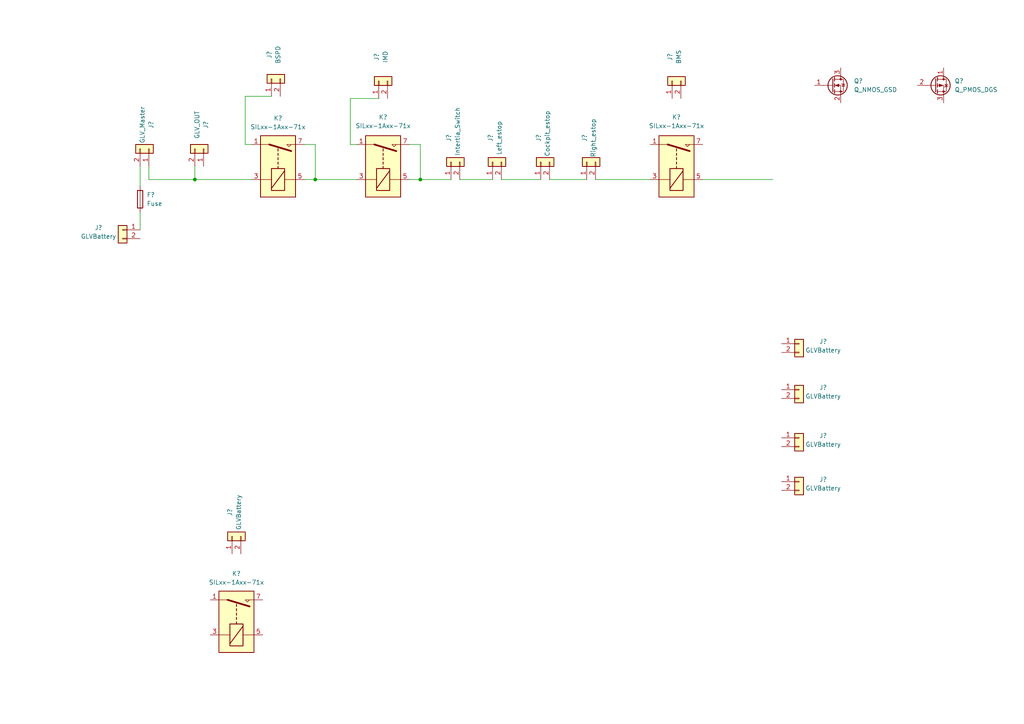
<source format=kicad_sch>
(kicad_sch (version 20211123) (generator eeschema)

  (uuid 9cdc5734-1a96-4d08-8603-b9a98bed853f)

  (paper "A4")

  (lib_symbols
    (symbol "GRC_Connector:Conn_01x02" (pin_names (offset 1.016) hide) (in_bom yes) (on_board yes)
      (property "Reference" "J" (id 0) (at 0 2.54 0)
        (effects (font (size 1.27 1.27)))
      )
      (property "Value" "Conn_01x02" (id 1) (at 0 -5.08 0)
        (effects (font (size 1.27 1.27)))
      )
      (property "Footprint" "" (id 2) (at 0 0 0)
        (effects (font (size 1.27 1.27)) hide)
      )
      (property "Datasheet" "~" (id 3) (at 0 0 0)
        (effects (font (size 1.27 1.27)) hide)
      )
      (property "ki_keywords" "connector" (id 4) (at 0 0 0)
        (effects (font (size 1.27 1.27)) hide)
      )
      (property "ki_description" "Generic connector, single row, 01x02, script generated (kicad-library-utils/schlib/autogen/connector/)" (id 5) (at 0 0 0)
        (effects (font (size 1.27 1.27)) hide)
      )
      (property "ki_fp_filters" "Connector*:*_1x??_*" (id 6) (at 0 0 0)
        (effects (font (size 1.27 1.27)) hide)
      )
      (symbol "Conn_01x02_1_1"
        (rectangle (start -1.27 -2.413) (end 0 -2.667)
          (stroke (width 0.1524) (type default) (color 0 0 0 0))
          (fill (type none))
        )
        (rectangle (start -1.27 0.127) (end 0 -0.127)
          (stroke (width 0.1524) (type default) (color 0 0 0 0))
          (fill (type none))
        )
        (rectangle (start -1.27 1.27) (end 1.27 -3.81)
          (stroke (width 0.254) (type default) (color 0 0 0 0))
          (fill (type background))
        )
        (pin passive line (at -5.08 0 0) (length 3.81)
          (name "Pin_1" (effects (font (size 1.27 1.27))))
          (number "1" (effects (font (size 1.27 1.27))))
        )
        (pin passive line (at -5.08 -2.54 0) (length 3.81)
          (name "Pin_2" (effects (font (size 1.27 1.27))))
          (number "2" (effects (font (size 1.27 1.27))))
        )
      )
    )
    (symbol "GRC_Device:Fuse" (pin_numbers hide) (pin_names (offset 0)) (in_bom yes) (on_board yes)
      (property "Reference" "F" (id 0) (at 2.032 0 90)
        (effects (font (size 1.27 1.27)))
      )
      (property "Value" "Fuse" (id 1) (at -1.905 0 90)
        (effects (font (size 1.27 1.27)))
      )
      (property "Footprint" "" (id 2) (at -1.778 0 90)
        (effects (font (size 1.27 1.27)) hide)
      )
      (property "Datasheet" "~" (id 3) (at 0 0 0)
        (effects (font (size 1.27 1.27)) hide)
      )
      (property "ki_keywords" "fuse" (id 4) (at 0 0 0)
        (effects (font (size 1.27 1.27)) hide)
      )
      (property "ki_description" "Fuse" (id 5) (at 0 0 0)
        (effects (font (size 1.27 1.27)) hide)
      )
      (property "ki_fp_filters" "*Fuse*" (id 6) (at 0 0 0)
        (effects (font (size 1.27 1.27)) hide)
      )
      (symbol "Fuse_0_1"
        (rectangle (start -0.762 -2.54) (end 0.762 2.54)
          (stroke (width 0.254) (type default) (color 0 0 0 0))
          (fill (type none))
        )
        (polyline
          (pts
            (xy 0 2.54)
            (xy 0 -2.54)
          )
          (stroke (width 0) (type default) (color 0 0 0 0))
          (fill (type none))
        )
      )
      (symbol "Fuse_1_1"
        (pin passive line (at 0 3.81 270) (length 1.27)
          (name "~" (effects (font (size 1.27 1.27))))
          (number "1" (effects (font (size 1.27 1.27))))
        )
        (pin passive line (at 0 -3.81 90) (length 1.27)
          (name "~" (effects (font (size 1.27 1.27))))
          (number "2" (effects (font (size 1.27 1.27))))
        )
      )
    )
    (symbol "GRC_Device:Q_NMOS_GSD" (pin_names (offset 0) hide) (in_bom yes) (on_board yes)
      (property "Reference" "Q" (id 0) (at 5.08 1.27 0)
        (effects (font (size 1.27 1.27)) (justify left))
      )
      (property "Value" "Q_NMOS_GSD" (id 1) (at 5.08 -1.27 0)
        (effects (font (size 1.27 1.27)) (justify left))
      )
      (property "Footprint" "" (id 2) (at 5.08 2.54 0)
        (effects (font (size 1.27 1.27)) hide)
      )
      (property "Datasheet" "~" (id 3) (at 0 0 0)
        (effects (font (size 1.27 1.27)) hide)
      )
      (property "ki_keywords" "transistor NMOS N-MOS N-MOSFET" (id 4) (at 0 0 0)
        (effects (font (size 1.27 1.27)) hide)
      )
      (property "ki_description" "N-MOSFET transistor, gate/source/drain" (id 5) (at 0 0 0)
        (effects (font (size 1.27 1.27)) hide)
      )
      (symbol "Q_NMOS_GSD_0_1"
        (polyline
          (pts
            (xy 0.254 0)
            (xy -2.54 0)
          )
          (stroke (width 0) (type default) (color 0 0 0 0))
          (fill (type none))
        )
        (polyline
          (pts
            (xy 0.254 1.905)
            (xy 0.254 -1.905)
          )
          (stroke (width 0.254) (type default) (color 0 0 0 0))
          (fill (type none))
        )
        (polyline
          (pts
            (xy 0.762 -1.27)
            (xy 0.762 -2.286)
          )
          (stroke (width 0.254) (type default) (color 0 0 0 0))
          (fill (type none))
        )
        (polyline
          (pts
            (xy 0.762 0.508)
            (xy 0.762 -0.508)
          )
          (stroke (width 0.254) (type default) (color 0 0 0 0))
          (fill (type none))
        )
        (polyline
          (pts
            (xy 0.762 2.286)
            (xy 0.762 1.27)
          )
          (stroke (width 0.254) (type default) (color 0 0 0 0))
          (fill (type none))
        )
        (polyline
          (pts
            (xy 2.54 2.54)
            (xy 2.54 1.778)
          )
          (stroke (width 0) (type default) (color 0 0 0 0))
          (fill (type none))
        )
        (polyline
          (pts
            (xy 2.54 -2.54)
            (xy 2.54 0)
            (xy 0.762 0)
          )
          (stroke (width 0) (type default) (color 0 0 0 0))
          (fill (type none))
        )
        (polyline
          (pts
            (xy 0.762 -1.778)
            (xy 3.302 -1.778)
            (xy 3.302 1.778)
            (xy 0.762 1.778)
          )
          (stroke (width 0) (type default) (color 0 0 0 0))
          (fill (type none))
        )
        (polyline
          (pts
            (xy 1.016 0)
            (xy 2.032 0.381)
            (xy 2.032 -0.381)
            (xy 1.016 0)
          )
          (stroke (width 0) (type default) (color 0 0 0 0))
          (fill (type outline))
        )
        (polyline
          (pts
            (xy 2.794 0.508)
            (xy 2.921 0.381)
            (xy 3.683 0.381)
            (xy 3.81 0.254)
          )
          (stroke (width 0) (type default) (color 0 0 0 0))
          (fill (type none))
        )
        (polyline
          (pts
            (xy 3.302 0.381)
            (xy 2.921 -0.254)
            (xy 3.683 -0.254)
            (xy 3.302 0.381)
          )
          (stroke (width 0) (type default) (color 0 0 0 0))
          (fill (type none))
        )
        (circle (center 1.651 0) (radius 2.794)
          (stroke (width 0.254) (type default) (color 0 0 0 0))
          (fill (type none))
        )
        (circle (center 2.54 -1.778) (radius 0.254)
          (stroke (width 0) (type default) (color 0 0 0 0))
          (fill (type outline))
        )
        (circle (center 2.54 1.778) (radius 0.254)
          (stroke (width 0) (type default) (color 0 0 0 0))
          (fill (type outline))
        )
      )
      (symbol "Q_NMOS_GSD_1_1"
        (pin input line (at -5.08 0 0) (length 2.54)
          (name "G" (effects (font (size 1.27 1.27))))
          (number "1" (effects (font (size 1.27 1.27))))
        )
        (pin passive line (at 2.54 -5.08 90) (length 2.54)
          (name "S" (effects (font (size 1.27 1.27))))
          (number "2" (effects (font (size 1.27 1.27))))
        )
        (pin passive line (at 2.54 5.08 270) (length 2.54)
          (name "D" (effects (font (size 1.27 1.27))))
          (number "3" (effects (font (size 1.27 1.27))))
        )
      )
    )
    (symbol "GRC_Device:Q_PMOS_DGS" (pin_names (offset 0) hide) (in_bom yes) (on_board yes)
      (property "Reference" "Q" (id 0) (at 5.08 1.27 0)
        (effects (font (size 1.27 1.27)) (justify left))
      )
      (property "Value" "Q_PMOS_DGS" (id 1) (at 5.08 -1.27 0)
        (effects (font (size 1.27 1.27)) (justify left))
      )
      (property "Footprint" "" (id 2) (at 5.08 2.54 0)
        (effects (font (size 1.27 1.27)) hide)
      )
      (property "Datasheet" "~" (id 3) (at 0 0 0)
        (effects (font (size 1.27 1.27)) hide)
      )
      (property "ki_keywords" "transistor PMOS P-MOS P-MOSFET" (id 4) (at 0 0 0)
        (effects (font (size 1.27 1.27)) hide)
      )
      (property "ki_description" "P-MOSFET transistor, drain/gate/source" (id 5) (at 0 0 0)
        (effects (font (size 1.27 1.27)) hide)
      )
      (symbol "Q_PMOS_DGS_0_1"
        (polyline
          (pts
            (xy 0.254 0)
            (xy -2.54 0)
          )
          (stroke (width 0) (type default) (color 0 0 0 0))
          (fill (type none))
        )
        (polyline
          (pts
            (xy 0.254 1.905)
            (xy 0.254 -1.905)
          )
          (stroke (width 0.254) (type default) (color 0 0 0 0))
          (fill (type none))
        )
        (polyline
          (pts
            (xy 0.762 -1.27)
            (xy 0.762 -2.286)
          )
          (stroke (width 0.254) (type default) (color 0 0 0 0))
          (fill (type none))
        )
        (polyline
          (pts
            (xy 0.762 0.508)
            (xy 0.762 -0.508)
          )
          (stroke (width 0.254) (type default) (color 0 0 0 0))
          (fill (type none))
        )
        (polyline
          (pts
            (xy 0.762 2.286)
            (xy 0.762 1.27)
          )
          (stroke (width 0.254) (type default) (color 0 0 0 0))
          (fill (type none))
        )
        (polyline
          (pts
            (xy 2.54 2.54)
            (xy 2.54 1.778)
          )
          (stroke (width 0) (type default) (color 0 0 0 0))
          (fill (type none))
        )
        (polyline
          (pts
            (xy 2.54 -2.54)
            (xy 2.54 0)
            (xy 0.762 0)
          )
          (stroke (width 0) (type default) (color 0 0 0 0))
          (fill (type none))
        )
        (polyline
          (pts
            (xy 0.762 1.778)
            (xy 3.302 1.778)
            (xy 3.302 -1.778)
            (xy 0.762 -1.778)
          )
          (stroke (width 0) (type default) (color 0 0 0 0))
          (fill (type none))
        )
        (polyline
          (pts
            (xy 2.286 0)
            (xy 1.27 0.381)
            (xy 1.27 -0.381)
            (xy 2.286 0)
          )
          (stroke (width 0) (type default) (color 0 0 0 0))
          (fill (type outline))
        )
        (polyline
          (pts
            (xy 2.794 -0.508)
            (xy 2.921 -0.381)
            (xy 3.683 -0.381)
            (xy 3.81 -0.254)
          )
          (stroke (width 0) (type default) (color 0 0 0 0))
          (fill (type none))
        )
        (polyline
          (pts
            (xy 3.302 -0.381)
            (xy 2.921 0.254)
            (xy 3.683 0.254)
            (xy 3.302 -0.381)
          )
          (stroke (width 0) (type default) (color 0 0 0 0))
          (fill (type none))
        )
        (circle (center 1.651 0) (radius 2.794)
          (stroke (width 0.254) (type default) (color 0 0 0 0))
          (fill (type none))
        )
        (circle (center 2.54 -1.778) (radius 0.254)
          (stroke (width 0) (type default) (color 0 0 0 0))
          (fill (type outline))
        )
        (circle (center 2.54 1.778) (radius 0.254)
          (stroke (width 0) (type default) (color 0 0 0 0))
          (fill (type outline))
        )
      )
      (symbol "Q_PMOS_DGS_1_1"
        (pin passive line (at 2.54 5.08 270) (length 2.54)
          (name "D" (effects (font (size 1.27 1.27))))
          (number "1" (effects (font (size 1.27 1.27))))
        )
        (pin input line (at -5.08 0 0) (length 2.54)
          (name "G" (effects (font (size 1.27 1.27))))
          (number "2" (effects (font (size 1.27 1.27))))
        )
        (pin passive line (at 2.54 -5.08 90) (length 2.54)
          (name "S" (effects (font (size 1.27 1.27))))
          (number "3" (effects (font (size 1.27 1.27))))
        )
      )
    )
    (symbol "GRC_Relay:SILxx-1Axx-71x" (in_bom yes) (on_board yes)
      (property "Reference" "K" (id 0) (at 8.89 3.81 0)
        (effects (font (size 1.27 1.27)) (justify left))
      )
      (property "Value" "SILxx-1Axx-71x" (id 1) (at 8.89 1.27 0)
        (effects (font (size 1.27 1.27)) (justify left))
      )
      (property "Footprint" "Relay_THT:Relay_SPST_StandexMeder_SIL_Form1A" (id 2) (at 8.89 -1.27 0)
        (effects (font (size 1.27 1.27)) (justify left) hide)
      )
      (property "Datasheet" "https://standexelectronics.com/wp-content/uploads/datasheet_reed_relay_SIL.pdf" (id 3) (at 0 0 0)
        (effects (font (size 1.27 1.27)) hide)
      )
      (property "ki_keywords" "Single Pole Reed Relay SPST" (id 4) (at 0 0 0)
        (effects (font (size 1.27 1.27)) hide)
      )
      (property "ki_description" "Standex Meder SIL reed relay, SPST, Closing Contact" (id 5) (at 0 0 0)
        (effects (font (size 1.27 1.27)) hide)
      )
      (property "ki_fp_filters" "Relay*SPST*StandexMeder*SIL*Form1A*" (id 6) (at 0 0 0)
        (effects (font (size 1.27 1.27)) hide)
      )
      (symbol "SILxx-1Axx-71x_0_0"
        (polyline
          (pts
            (xy 5.08 5.08)
            (xy 5.08 2.54)
            (xy 4.445 3.175)
            (xy 5.08 3.81)
          )
          (stroke (width 0) (type default) (color 0 0 0 0))
          (fill (type none))
        )
      )
      (symbol "SILxx-1Axx-71x_0_1"
        (rectangle (start -10.16 5.08) (end 7.62 -5.08)
          (stroke (width 0.254) (type default) (color 0 0 0 0))
          (fill (type background))
        )
        (rectangle (start -8.255 1.905) (end -1.905 -1.905)
          (stroke (width 0.254) (type default) (color 0 0 0 0))
          (fill (type none))
        )
        (polyline
          (pts
            (xy -7.62 -1.905)
            (xy -2.54 1.905)
          )
          (stroke (width 0.254) (type default) (color 0 0 0 0))
          (fill (type none))
        )
        (polyline
          (pts
            (xy -5.08 -5.08)
            (xy -5.08 -1.905)
          )
          (stroke (width 0) (type default) (color 0 0 0 0))
          (fill (type none))
        )
        (polyline
          (pts
            (xy -5.08 5.08)
            (xy -5.08 1.905)
          )
          (stroke (width 0) (type default) (color 0 0 0 0))
          (fill (type none))
        )
        (polyline
          (pts
            (xy -1.905 0)
            (xy -1.27 0)
          )
          (stroke (width 0.254) (type default) (color 0 0 0 0))
          (fill (type none))
        )
        (polyline
          (pts
            (xy -0.635 0)
            (xy 0 0)
          )
          (stroke (width 0.254) (type default) (color 0 0 0 0))
          (fill (type none))
        )
        (polyline
          (pts
            (xy 0.635 0)
            (xy 1.27 0)
          )
          (stroke (width 0.254) (type default) (color 0 0 0 0))
          (fill (type none))
        )
        (polyline
          (pts
            (xy 1.905 0)
            (xy 2.54 0)
          )
          (stroke (width 0.254) (type default) (color 0 0 0 0))
          (fill (type none))
        )
        (polyline
          (pts
            (xy 3.175 0)
            (xy 3.81 0)
          )
          (stroke (width 0.254) (type default) (color 0 0 0 0))
          (fill (type none))
        )
        (polyline
          (pts
            (xy 5.08 -2.54)
            (xy 3.175 3.81)
          )
          (stroke (width 0.508) (type default) (color 0 0 0 0))
          (fill (type none))
        )
        (polyline
          (pts
            (xy 5.08 -2.54)
            (xy 5.08 -5.08)
          )
          (stroke (width 0) (type default) (color 0 0 0 0))
          (fill (type none))
        )
      )
      (symbol "SILxx-1Axx-71x_1_1"
        (pin passive line (at 5.08 -7.62 90) (length 2.54)
          (name "~" (effects (font (size 1.27 1.27))))
          (number "1" (effects (font (size 1.27 1.27))))
        )
        (pin passive line (at -5.08 -7.62 90) (length 2.54)
          (name "~" (effects (font (size 1.27 1.27))))
          (number "3" (effects (font (size 1.27 1.27))))
        )
        (pin passive line (at -5.08 7.62 270) (length 2.54)
          (name "~" (effects (font (size 1.27 1.27))))
          (number "5" (effects (font (size 1.27 1.27))))
        )
        (pin passive line (at 5.08 7.62 270) (length 2.54)
          (name "~" (effects (font (size 1.27 1.27))))
          (number "7" (effects (font (size 1.27 1.27))))
        )
      )
    )
  )

  (junction (at 56.515 52.07) (diameter 0) (color 0 0 0 0)
    (uuid 496f23ba-42e6-49d5-a2a3-6de1b67d6f23)
  )
  (junction (at 121.92 52.07) (diameter 0) (color 0 0 0 0)
    (uuid c28b8633-542e-4fc1-89a8-699ecc488030)
  )
  (junction (at 91.44 52.07) (diameter 0) (color 0 0 0 0)
    (uuid f7a9a631-a297-407d-8b77-8a637b535afe)
  )

  (wire (pts (xy 118.745 52.07) (xy 121.92 52.07))
    (stroke (width 0) (type default) (color 0 0 0 0))
    (uuid 09a2f630-d054-4a2d-be80-3bb6e49f1a1d)
  )
  (wire (pts (xy 118.745 41.91) (xy 121.92 41.91))
    (stroke (width 0) (type default) (color 0 0 0 0))
    (uuid 0c3aeb06-5a73-4f60-a58b-eee879a519b6)
  )
  (wire (pts (xy 101.6 41.91) (xy 103.505 41.91))
    (stroke (width 0) (type default) (color 0 0 0 0))
    (uuid 0def7bed-fb24-4dcb-b8f9-935752743d2e)
  )
  (wire (pts (xy 91.44 52.07) (xy 103.505 52.07))
    (stroke (width 0) (type default) (color 0 0 0 0))
    (uuid 1581d52f-9e9a-4a24-a221-5c99ac059bef)
  )
  (wire (pts (xy 88.265 52.07) (xy 91.44 52.07))
    (stroke (width 0) (type default) (color 0 0 0 0))
    (uuid 18bd818f-4a18-4e74-aab8-9ac62462f5c1)
  )
  (wire (pts (xy 172.72 52.07) (xy 188.595 52.07))
    (stroke (width 0) (type default) (color 0 0 0 0))
    (uuid 2c848aa4-7988-4f93-9272-90163e7decd0)
  )
  (wire (pts (xy 78.74 27.94) (xy 71.12 27.94))
    (stroke (width 0) (type default) (color 0 0 0 0))
    (uuid 2f55e15a-c276-4b75-a061-884f24302717)
  )
  (wire (pts (xy 56.515 52.07) (xy 73.025 52.07))
    (stroke (width 0) (type default) (color 0 0 0 0))
    (uuid 46400912-b7f0-4351-9ac3-a46f1ebc5863)
  )
  (wire (pts (xy 56.515 52.07) (xy 56.515 48.26))
    (stroke (width 0) (type default) (color 0 0 0 0))
    (uuid 4c19ac11-22ab-4854-8067-519dbf2a8108)
  )
  (wire (pts (xy 71.12 41.91) (xy 73.025 41.91))
    (stroke (width 0) (type default) (color 0 0 0 0))
    (uuid 67999885-808b-4d5b-bb9b-ce45d01f69a5)
  )
  (wire (pts (xy 91.44 41.91) (xy 91.44 52.07))
    (stroke (width 0) (type default) (color 0 0 0 0))
    (uuid 6dee8e15-c95d-4d95-98f1-58f3ec8d9d25)
  )
  (wire (pts (xy 101.6 28.575) (xy 109.855 28.575))
    (stroke (width 0) (type default) (color 0 0 0 0))
    (uuid 73d52482-0c3c-402e-b4ac-aba024d6bc8b)
  )
  (wire (pts (xy 121.92 41.91) (xy 121.92 52.07))
    (stroke (width 0) (type default) (color 0 0 0 0))
    (uuid 769c26ba-da55-4c6e-a189-5f10b691c9ca)
  )
  (wire (pts (xy 40.64 61.595) (xy 40.64 66.675))
    (stroke (width 0) (type default) (color 0 0 0 0))
    (uuid 76d8ff75-71b1-49c3-b4e8-4e0bf5538e97)
  )
  (wire (pts (xy 101.6 41.91) (xy 101.6 28.575))
    (stroke (width 0) (type default) (color 0 0 0 0))
    (uuid 774b61d1-2841-482d-8502-719667d573a3)
  )
  (wire (pts (xy 88.265 41.91) (xy 91.44 41.91))
    (stroke (width 0) (type default) (color 0 0 0 0))
    (uuid 87e16bee-3d94-4d37-b26a-24b507ab6417)
  )
  (wire (pts (xy 43.18 52.07) (xy 56.515 52.07))
    (stroke (width 0) (type default) (color 0 0 0 0))
    (uuid 8d1a8966-4ad2-4b16-96b5-8a224aa1c779)
  )
  (wire (pts (xy 145.415 52.07) (xy 156.845 52.07))
    (stroke (width 0) (type default) (color 0 0 0 0))
    (uuid 9bc43456-1e1c-4449-a58d-bbc1cabbe26e)
  )
  (wire (pts (xy 159.385 52.07) (xy 170.18 52.07))
    (stroke (width 0) (type default) (color 0 0 0 0))
    (uuid ae997562-d711-4f90-85af-3f7d679cbba2)
  )
  (wire (pts (xy 40.64 48.26) (xy 40.64 53.975))
    (stroke (width 0) (type default) (color 0 0 0 0))
    (uuid c469d3aa-9958-46cc-97be-54161b0dc266)
  )
  (wire (pts (xy 133.35 52.07) (xy 142.875 52.07))
    (stroke (width 0) (type default) (color 0 0 0 0))
    (uuid c8adf5a8-4c1b-4299-989b-1fddf4d05a03)
  )
  (wire (pts (xy 71.12 27.94) (xy 71.12 41.91))
    (stroke (width 0) (type default) (color 0 0 0 0))
    (uuid cc66d854-26ac-4857-9015-8baf7f2fae83)
  )
  (wire (pts (xy 121.92 52.07) (xy 130.81 52.07))
    (stroke (width 0) (type default) (color 0 0 0 0))
    (uuid e3932416-f075-4203-95d1-f3e5eb3d58ac)
  )
  (wire (pts (xy 203.835 52.07) (xy 224.155 52.07))
    (stroke (width 0) (type default) (color 0 0 0 0))
    (uuid f55b2f21-e18c-490f-a7d0-825fb2d2f575)
  )
  (wire (pts (xy 43.18 48.26) (xy 43.18 52.07))
    (stroke (width 0) (type default) (color 0 0 0 0))
    (uuid f919fa69-c308-45b2-8ab7-37f3b6eafce7)
  )

  (symbol (lib_id "GRC_Device:Q_NMOS_GSD") (at 241.3 24.765 0) (unit 1)
    (in_bom yes) (on_board yes) (fields_autoplaced)
    (uuid 06cae631-11f3-4129-857e-e71275fdd1e2)
    (property "Reference" "Q?" (id 0) (at 247.65 23.4949 0)
      (effects (font (size 1.27 1.27)) (justify left))
    )
    (property "Value" "Q_NMOS_GSD" (id 1) (at 247.65 26.0349 0)
      (effects (font (size 1.27 1.27)) (justify left))
    )
    (property "Footprint" "" (id 2) (at 246.38 22.225 0)
      (effects (font (size 1.27 1.27)) hide)
    )
    (property "Datasheet" "~" (id 3) (at 241.3 24.765 0)
      (effects (font (size 1.27 1.27)) hide)
    )
    (pin "1" (uuid 21e595b8-344b-41e2-be34-0d5773f424e7))
    (pin "2" (uuid 8ea8df1c-bbf0-4105-8882-1d8f9a039397))
    (pin "3" (uuid 9de391b7-673e-41c0-bf4d-e4a0355faa8a))
  )

  (symbol (lib_id "GRC_Relay:SILxx-1Axx-71x") (at 68.58 179.07 270) (mirror x) (unit 1)
    (in_bom yes) (on_board yes) (fields_autoplaced)
    (uuid 076ff786-a2fe-4361-91e0-ba5be2f5a7d7)
    (property "Reference" "K?" (id 0) (at 68.58 166.37 90))
    (property "Value" "SILxx-1Axx-71x" (id 1) (at 68.58 168.91 90))
    (property "Footprint" "Relay_THT:Relay_SPST_StandexMeder_SIL_Form1A" (id 2) (at 67.31 170.18 0)
      (effects (font (size 1.27 1.27)) (justify left) hide)
    )
    (property "Datasheet" "https://standexelectronics.com/wp-content/uploads/datasheet_reed_relay_SIL.pdf" (id 3) (at 68.58 179.07 0)
      (effects (font (size 1.27 1.27)) hide)
    )
    (pin "1" (uuid fe22ec89-ee89-4d64-8e55-49c14cf4193e))
    (pin "3" (uuid d2e93caf-655b-4ac0-9728-6598727a4ce9))
    (pin "5" (uuid 1dfc4ddd-d547-41ad-8b79-cece95a8b430))
    (pin "7" (uuid 49edcd9a-9724-46da-8f74-54896e474604))
  )

  (symbol (lib_id "GRC_Relay:SILxx-1Axx-71x") (at 196.215 46.99 270) (mirror x) (unit 1)
    (in_bom yes) (on_board yes) (fields_autoplaced)
    (uuid 0ac2c847-2677-466c-b293-72008da1a103)
    (property "Reference" "K?" (id 0) (at 196.215 33.9725 90))
    (property "Value" "SILxx-1Axx-71x" (id 1) (at 196.215 36.5125 90))
    (property "Footprint" "Relay_THT:Relay_SPST_StandexMeder_SIL_Form1A" (id 2) (at 194.945 38.1 0)
      (effects (font (size 1.27 1.27)) (justify left) hide)
    )
    (property "Datasheet" "https://standexelectronics.com/wp-content/uploads/datasheet_reed_relay_SIL.pdf" (id 3) (at 196.215 46.99 0)
      (effects (font (size 1.27 1.27)) hide)
    )
    (pin "1" (uuid 306cca96-9f05-42f7-aa13-45be06abf850))
    (pin "3" (uuid 93d6d520-56ad-4adb-9d5f-377d1ea8cbd5))
    (pin "5" (uuid 0e4fe8b4-54e4-461a-85a3-ad591d561e2e))
    (pin "7" (uuid caf51c7e-a13b-4ab7-8d39-0c1cb2e85761))
  )

  (symbol (lib_id "GRC_Connector:Conn_01x02") (at 231.775 99.695 0) (unit 1)
    (in_bom yes) (on_board yes)
    (uuid 113ef254-820a-43ee-81cd-2b01c043d894)
    (property "Reference" "J?" (id 0) (at 238.76 99.06 0))
    (property "Value" "GLVBattery" (id 1) (at 238.76 101.6 0))
    (property "Footprint" "" (id 2) (at 231.775 99.695 0)
      (effects (font (size 1.27 1.27)) hide)
    )
    (property "Datasheet" "~" (id 3) (at 231.775 99.695 0)
      (effects (font (size 1.27 1.27)) hide)
    )
    (pin "1" (uuid 97e1291a-ef97-4c65-80ef-2f7808789476))
    (pin "2" (uuid 6ee307bf-1c75-4da3-b376-781b27312c12))
  )

  (symbol (lib_id "GRC_Device:Q_PMOS_DGS") (at 271.145 24.765 0) (unit 1)
    (in_bom yes) (on_board yes) (fields_autoplaced)
    (uuid 1368f918-4fdd-4e61-8977-94e0c8891430)
    (property "Reference" "Q?" (id 0) (at 276.86 23.4949 0)
      (effects (font (size 1.27 1.27)) (justify left))
    )
    (property "Value" "Q_PMOS_DGS" (id 1) (at 276.86 26.0349 0)
      (effects (font (size 1.27 1.27)) (justify left))
    )
    (property "Footprint" "" (id 2) (at 276.225 22.225 0)
      (effects (font (size 1.27 1.27)) hide)
    )
    (property "Datasheet" "~" (id 3) (at 271.145 24.765 0)
      (effects (font (size 1.27 1.27)) hide)
    )
    (pin "1" (uuid 91acaaac-08be-4d43-ac97-b1fde2a865f1))
    (pin "2" (uuid fb8ff70a-3a61-4c31-b94d-69215775f0f0))
    (pin "3" (uuid 3aa6e386-cdcd-444b-90b2-8abda79c2a79))
  )

  (symbol (lib_id "GRC_Connector:Conn_01x02") (at 67.31 155.575 90) (unit 1)
    (in_bom yes) (on_board yes)
    (uuid 2d6ab740-a195-433a-890c-fc55b080b211)
    (property "Reference" "J?" (id 0) (at 66.675 148.59 0))
    (property "Value" "GLVBattery" (id 1) (at 69.215 148.59 0))
    (property "Footprint" "" (id 2) (at 67.31 155.575 0)
      (effects (font (size 1.27 1.27)) hide)
    )
    (property "Datasheet" "~" (id 3) (at 67.31 155.575 0)
      (effects (font (size 1.27 1.27)) hide)
    )
    (pin "1" (uuid 1cc418bb-686a-47ca-aad1-60ae49ff4f74))
    (pin "2" (uuid 9036be53-406b-4530-8a1b-445c8143807b))
  )

  (symbol (lib_id "GRC_Connector:Conn_01x02") (at 231.775 127 0) (unit 1)
    (in_bom yes) (on_board yes)
    (uuid 3e38a373-8da1-407a-b339-a0ebf3cd9543)
    (property "Reference" "J?" (id 0) (at 238.76 126.365 0))
    (property "Value" "GLVBattery" (id 1) (at 238.76 128.905 0))
    (property "Footprint" "" (id 2) (at 231.775 127 0)
      (effects (font (size 1.27 1.27)) hide)
    )
    (property "Datasheet" "~" (id 3) (at 231.775 127 0)
      (effects (font (size 1.27 1.27)) hide)
    )
    (pin "1" (uuid a06ba12f-8fc5-4edc-92be-bc296e2ea4f9))
    (pin "2" (uuid 3a274a5f-93a5-40e6-810b-431e799a33b7))
  )

  (symbol (lib_id "GRC_Connector:Conn_01x02") (at 43.18 43.18 270) (mirror x) (unit 1)
    (in_bom yes) (on_board yes)
    (uuid 505c1d3e-8ca5-438e-9eae-18483f12882c)
    (property "Reference" "J?" (id 0) (at 43.815 36.195 0))
    (property "Value" "GLV_Master" (id 1) (at 41.275 36.195 0))
    (property "Footprint" "" (id 2) (at 43.18 43.18 0)
      (effects (font (size 1.27 1.27)) hide)
    )
    (property "Datasheet" "~" (id 3) (at 43.18 43.18 0)
      (effects (font (size 1.27 1.27)) hide)
    )
    (pin "1" (uuid a0129fe7-e9e9-4c74-af85-e2b335707eb4))
    (pin "2" (uuid 3bdc61da-fd87-4d91-ae6a-f160ef1e6b25))
  )

  (symbol (lib_id "GRC_Connector:Conn_01x02") (at 231.775 139.7 0) (unit 1)
    (in_bom yes) (on_board yes)
    (uuid 5128b7cd-522f-4fb6-b854-dfee82b1e448)
    (property "Reference" "J?" (id 0) (at 238.76 139.065 0))
    (property "Value" "GLVBattery" (id 1) (at 238.76 141.605 0))
    (property "Footprint" "" (id 2) (at 231.775 139.7 0)
      (effects (font (size 1.27 1.27)) hide)
    )
    (property "Datasheet" "~" (id 3) (at 231.775 139.7 0)
      (effects (font (size 1.27 1.27)) hide)
    )
    (pin "1" (uuid debb125e-38b1-4122-a109-c0bd9b584aff))
    (pin "2" (uuid 9fc078e4-5a55-4e2e-b3e8-60faca4edc5d))
  )

  (symbol (lib_id "GRC_Connector:Conn_01x02") (at 109.855 23.495 90) (unit 1)
    (in_bom yes) (on_board yes)
    (uuid 6ff68425-4d5c-4047-bb2d-454338ea7222)
    (property "Reference" "J?" (id 0) (at 109.22 16.51 0))
    (property "Value" "IMD" (id 1) (at 111.76 16.51 0))
    (property "Footprint" "" (id 2) (at 109.855 23.495 0)
      (effects (font (size 1.27 1.27)) hide)
    )
    (property "Datasheet" "~" (id 3) (at 109.855 23.495 0)
      (effects (font (size 1.27 1.27)) hide)
    )
    (pin "1" (uuid a6bd56a6-2781-4a69-91bb-2c1492084c6c))
    (pin "2" (uuid a3d19ecf-a56e-4b08-882f-e0959ebaf9bb))
  )

  (symbol (lib_id "GRC_Device:Fuse") (at 40.64 57.785 0) (unit 1)
    (in_bom yes) (on_board yes) (fields_autoplaced)
    (uuid 7e06e4c8-50f7-4c21-9c50-2515fa126cd8)
    (property "Reference" "F?" (id 0) (at 42.545 56.5149 0)
      (effects (font (size 1.27 1.27)) (justify left))
    )
    (property "Value" "Fuse" (id 1) (at 42.545 59.0549 0)
      (effects (font (size 1.27 1.27)) (justify left))
    )
    (property "Footprint" "" (id 2) (at 38.862 57.785 90)
      (effects (font (size 1.27 1.27)) hide)
    )
    (property "Datasheet" "~" (id 3) (at 40.64 57.785 0)
      (effects (font (size 1.27 1.27)) hide)
    )
    (pin "1" (uuid bbfab47e-e293-42a5-84d0-54f4d6e0a805))
    (pin "2" (uuid ba9cbecc-94d7-4a76-baf4-7212d7ae2dd6))
  )

  (symbol (lib_id "GRC_Relay:SILxx-1Axx-71x") (at 80.645 46.99 270) (mirror x) (unit 1)
    (in_bom yes) (on_board yes) (fields_autoplaced)
    (uuid 9c40d418-ebb1-4349-bfe7-374cc1cd91b6)
    (property "Reference" "K?" (id 0) (at 80.645 34.29 90))
    (property "Value" "SILxx-1Axx-71x" (id 1) (at 80.645 36.83 90))
    (property "Footprint" "Relay_THT:Relay_SPST_StandexMeder_SIL_Form1A" (id 2) (at 79.375 38.1 0)
      (effects (font (size 1.27 1.27)) (justify left) hide)
    )
    (property "Datasheet" "https://standexelectronics.com/wp-content/uploads/datasheet_reed_relay_SIL.pdf" (id 3) (at 80.645 46.99 0)
      (effects (font (size 1.27 1.27)) hide)
    )
    (pin "1" (uuid fbf08f66-34d9-4ef4-bbb8-7cc472d5ea45))
    (pin "3" (uuid 6a7cd9cb-8b79-44e2-afe4-f388b4fb8caf))
    (pin "5" (uuid 08966f03-ec62-4fb9-b7f6-dfa8b19fb4cc))
    (pin "7" (uuid 58443db4-875d-4a78-9c15-53ac479a1926))
  )

  (symbol (lib_id "GRC_Connector:Conn_01x02") (at 194.945 23.495 90) (unit 1)
    (in_bom yes) (on_board yes)
    (uuid aa4f7188-6c8b-4537-aaf8-ce4f48418825)
    (property "Reference" "J?" (id 0) (at 194.31 16.51 0))
    (property "Value" "BMS" (id 1) (at 196.85 16.51 0))
    (property "Footprint" "" (id 2) (at 194.945 23.495 0)
      (effects (font (size 1.27 1.27)) hide)
    )
    (property "Datasheet" "~" (id 3) (at 194.945 23.495 0)
      (effects (font (size 1.27 1.27)) hide)
    )
    (pin "1" (uuid 47213530-5816-42da-b258-ffdb890158f8))
    (pin "2" (uuid f0b1b173-0a1d-4f3b-96bf-598f9db07919))
  )

  (symbol (lib_id "GRC_Connector:Conn_01x02") (at 78.74 22.86 90) (unit 1)
    (in_bom yes) (on_board yes)
    (uuid b777f5ff-edd2-4554-b34a-e941a882d0fd)
    (property "Reference" "J?" (id 0) (at 78.105 15.875 0))
    (property "Value" "BSPD" (id 1) (at 80.645 15.875 0))
    (property "Footprint" "" (id 2) (at 78.74 22.86 0)
      (effects (font (size 1.27 1.27)) hide)
    )
    (property "Datasheet" "~" (id 3) (at 78.74 22.86 0)
      (effects (font (size 1.27 1.27)) hide)
    )
    (pin "1" (uuid 3abac4e2-b3ce-4193-858d-ba0c4b81f84b))
    (pin "2" (uuid 7264e754-94bf-45f8-8f07-c4ba0c236301))
  )

  (symbol (lib_id "GRC_Connector:Conn_01x02") (at 35.56 66.675 0) (mirror y) (unit 1)
    (in_bom yes) (on_board yes)
    (uuid be4f0a02-037d-4ce1-8c53-c6fb71407cdf)
    (property "Reference" "J?" (id 0) (at 28.575 66.04 0))
    (property "Value" "GLVBattery" (id 1) (at 28.575 68.58 0))
    (property "Footprint" "" (id 2) (at 35.56 66.675 0)
      (effects (font (size 1.27 1.27)) hide)
    )
    (property "Datasheet" "~" (id 3) (at 35.56 66.675 0)
      (effects (font (size 1.27 1.27)) hide)
    )
    (pin "1" (uuid 0a08bdd5-6053-400a-ad0c-587b89d10d6d))
    (pin "2" (uuid 74995bad-1208-43d9-95d8-0b6211026737))
  )

  (symbol (lib_id "GRC_Connector:Conn_01x02") (at 59.055 43.18 270) (mirror x) (unit 1)
    (in_bom yes) (on_board yes)
    (uuid d4512ec7-3389-4b56-9e8b-bdbd8a828957)
    (property "Reference" "J?" (id 0) (at 59.69 36.195 0))
    (property "Value" "GLV_OUT" (id 1) (at 57.15 36.195 0))
    (property "Footprint" "" (id 2) (at 59.055 43.18 0)
      (effects (font (size 1.27 1.27)) hide)
    )
    (property "Datasheet" "~" (id 3) (at 59.055 43.18 0)
      (effects (font (size 1.27 1.27)) hide)
    )
    (pin "1" (uuid a2d16f16-08e6-4947-a6d1-6d787ead02c9))
    (pin "2" (uuid 97e1f64a-ea8c-4ff4-8e5c-27686d0544c1))
  )

  (symbol (lib_id "GRC_Connector:Conn_01x02") (at 130.81 46.99 90) (unit 1)
    (in_bom yes) (on_board yes)
    (uuid ddaa21c5-c88c-437d-bb5c-2edc413bd64b)
    (property "Reference" "J?" (id 0) (at 130.175 40.005 0))
    (property "Value" "Intertia_Switch" (id 1) (at 132.715 38.1 0))
    (property "Footprint" "" (id 2) (at 130.81 46.99 0)
      (effects (font (size 1.27 1.27)) hide)
    )
    (property "Datasheet" "~" (id 3) (at 130.81 46.99 0)
      (effects (font (size 1.27 1.27)) hide)
    )
    (pin "1" (uuid 4623b052-3046-4129-a15a-bfccb0272163))
    (pin "2" (uuid 6a5600f4-4342-4bbb-beff-6904dd97ff2c))
  )

  (symbol (lib_id "GRC_Connector:Conn_01x02") (at 170.18 46.99 90) (unit 1)
    (in_bom yes) (on_board yes)
    (uuid dec6b0cf-8f44-4044-9437-a7d2158e242f)
    (property "Reference" "J?" (id 0) (at 169.545 40.005 0))
    (property "Value" "Right_estop" (id 1) (at 172.085 40.005 0))
    (property "Footprint" "" (id 2) (at 170.18 46.99 0)
      (effects (font (size 1.27 1.27)) hide)
    )
    (property "Datasheet" "~" (id 3) (at 170.18 46.99 0)
      (effects (font (size 1.27 1.27)) hide)
    )
    (pin "1" (uuid 10eda7e0-58cb-4103-9491-731ead664fb6))
    (pin "2" (uuid eb2624a4-e9f6-4cd4-8d3e-fb8ff88633b2))
  )

  (symbol (lib_id "GRC_Relay:SILxx-1Axx-71x") (at 111.125 46.99 270) (mirror x) (unit 1)
    (in_bom yes) (on_board yes) (fields_autoplaced)
    (uuid eeb5bff0-5681-4c93-9b8e-26fa355ace59)
    (property "Reference" "K?" (id 0) (at 111.125 33.9725 90))
    (property "Value" "SILxx-1Axx-71x" (id 1) (at 111.125 36.5125 90))
    (property "Footprint" "Relay_THT:Relay_SPST_StandexMeder_SIL_Form1A" (id 2) (at 109.855 38.1 0)
      (effects (font (size 1.27 1.27)) (justify left) hide)
    )
    (property "Datasheet" "https://standexelectronics.com/wp-content/uploads/datasheet_reed_relay_SIL.pdf" (id 3) (at 111.125 46.99 0)
      (effects (font (size 1.27 1.27)) hide)
    )
    (pin "1" (uuid 11874c2f-a311-4723-805a-ded7aa2df4e0))
    (pin "3" (uuid 33117443-4c27-468f-b3a6-7f1254980fba))
    (pin "5" (uuid e1bb5539-0a83-42cc-91f8-949113dd523f))
    (pin "7" (uuid 8f139b25-baae-4af5-bc24-ebec26088004))
  )

  (symbol (lib_id "GRC_Connector:Conn_01x02") (at 156.845 46.99 90) (unit 1)
    (in_bom yes) (on_board yes)
    (uuid eef4fba8-fee8-4fda-a172-d5d486dd46ed)
    (property "Reference" "J?" (id 0) (at 156.21 40.005 0))
    (property "Value" "Cockpit_estop" (id 1) (at 158.75 38.735 0))
    (property "Footprint" "" (id 2) (at 156.845 46.99 0)
      (effects (font (size 1.27 1.27)) hide)
    )
    (property "Datasheet" "~" (id 3) (at 156.845 46.99 0)
      (effects (font (size 1.27 1.27)) hide)
    )
    (pin "1" (uuid cb26dfdc-ca3a-4937-bd88-875a5953f5b5))
    (pin "2" (uuid bf365065-440c-4c55-b68f-c00f1dac6df2))
  )

  (symbol (lib_id "GRC_Connector:Conn_01x02") (at 142.875 46.99 90) (unit 1)
    (in_bom yes) (on_board yes)
    (uuid f4d8d87a-e5b3-44b8-8667-25d66377dcdf)
    (property "Reference" "J?" (id 0) (at 142.24 40.005 0))
    (property "Value" "Left_estop" (id 1) (at 144.78 40.005 0))
    (property "Footprint" "" (id 2) (at 142.875 46.99 0)
      (effects (font (size 1.27 1.27)) hide)
    )
    (property "Datasheet" "~" (id 3) (at 142.875 46.99 0)
      (effects (font (size 1.27 1.27)) hide)
    )
    (pin "1" (uuid 3edf4ad6-d132-45a4-8ed7-00927515ef53))
    (pin "2" (uuid e23778c8-498f-4f3c-a496-ca7948cd8002))
  )

  (symbol (lib_id "GRC_Connector:Conn_01x02") (at 231.775 113.03 0) (unit 1)
    (in_bom yes) (on_board yes)
    (uuid f5718758-1888-44b4-90c9-6ef505ba8991)
    (property "Reference" "J?" (id 0) (at 238.76 112.395 0))
    (property "Value" "GLVBattery" (id 1) (at 238.76 114.935 0))
    (property "Footprint" "" (id 2) (at 231.775 113.03 0)
      (effects (font (size 1.27 1.27)) hide)
    )
    (property "Datasheet" "~" (id 3) (at 231.775 113.03 0)
      (effects (font (size 1.27 1.27)) hide)
    )
    (pin "1" (uuid 236d8203-cbbc-4fac-8186-2c12f5424d10))
    (pin "2" (uuid 3e9d0531-cc4d-4af2-bf5a-200778a1c1e7))
  )

  (sheet_instances
    (path "/" (page "1"))
  )

  (symbol_instances
    (path "/7e06e4c8-50f7-4c21-9c50-2515fa126cd8"
      (reference "F?") (unit 1) (value "Fuse") (footprint "")
    )
    (path "/113ef254-820a-43ee-81cd-2b01c043d894"
      (reference "J?") (unit 1) (value "GLVBattery") (footprint "")
    )
    (path "/2d6ab740-a195-433a-890c-fc55b080b211"
      (reference "J?") (unit 1) (value "GLVBattery") (footprint "")
    )
    (path "/3e38a373-8da1-407a-b339-a0ebf3cd9543"
      (reference "J?") (unit 1) (value "GLVBattery") (footprint "")
    )
    (path "/505c1d3e-8ca5-438e-9eae-18483f12882c"
      (reference "J?") (unit 1) (value "GLV_Master") (footprint "")
    )
    (path "/5128b7cd-522f-4fb6-b854-dfee82b1e448"
      (reference "J?") (unit 1) (value "GLVBattery") (footprint "")
    )
    (path "/6ff68425-4d5c-4047-bb2d-454338ea7222"
      (reference "J?") (unit 1) (value "IMD") (footprint "")
    )
    (path "/aa4f7188-6c8b-4537-aaf8-ce4f48418825"
      (reference "J?") (unit 1) (value "BMS") (footprint "")
    )
    (path "/b777f5ff-edd2-4554-b34a-e941a882d0fd"
      (reference "J?") (unit 1) (value "BSPD") (footprint "")
    )
    (path "/be4f0a02-037d-4ce1-8c53-c6fb71407cdf"
      (reference "J?") (unit 1) (value "GLVBattery") (footprint "")
    )
    (path "/d4512ec7-3389-4b56-9e8b-bdbd8a828957"
      (reference "J?") (unit 1) (value "GLV_OUT") (footprint "")
    )
    (path "/ddaa21c5-c88c-437d-bb5c-2edc413bd64b"
      (reference "J?") (unit 1) (value "Intertia_Switch") (footprint "")
    )
    (path "/dec6b0cf-8f44-4044-9437-a7d2158e242f"
      (reference "J?") (unit 1) (value "Right_estop") (footprint "")
    )
    (path "/eef4fba8-fee8-4fda-a172-d5d486dd46ed"
      (reference "J?") (unit 1) (value "Cockpit_estop") (footprint "")
    )
    (path "/f4d8d87a-e5b3-44b8-8667-25d66377dcdf"
      (reference "J?") (unit 1) (value "Left_estop") (footprint "")
    )
    (path "/f5718758-1888-44b4-90c9-6ef505ba8991"
      (reference "J?") (unit 1) (value "GLVBattery") (footprint "")
    )
    (path "/076ff786-a2fe-4361-91e0-ba5be2f5a7d7"
      (reference "K?") (unit 1) (value "SILxx-1Axx-71x") (footprint "Relay_THT:Relay_SPST_StandexMeder_SIL_Form1A")
    )
    (path "/0ac2c847-2677-466c-b293-72008da1a103"
      (reference "K?") (unit 1) (value "SILxx-1Axx-71x") (footprint "Relay_THT:Relay_SPST_StandexMeder_SIL_Form1A")
    )
    (path "/9c40d418-ebb1-4349-bfe7-374cc1cd91b6"
      (reference "K?") (unit 1) (value "SILxx-1Axx-71x") (footprint "Relay_THT:Relay_SPST_StandexMeder_SIL_Form1A")
    )
    (path "/eeb5bff0-5681-4c93-9b8e-26fa355ace59"
      (reference "K?") (unit 1) (value "SILxx-1Axx-71x") (footprint "Relay_THT:Relay_SPST_StandexMeder_SIL_Form1A")
    )
    (path "/06cae631-11f3-4129-857e-e71275fdd1e2"
      (reference "Q?") (unit 1) (value "Q_NMOS_GSD") (footprint "")
    )
    (path "/1368f918-4fdd-4e61-8977-94e0c8891430"
      (reference "Q?") (unit 1) (value "Q_PMOS_DGS") (footprint "")
    )
  )
)

</source>
